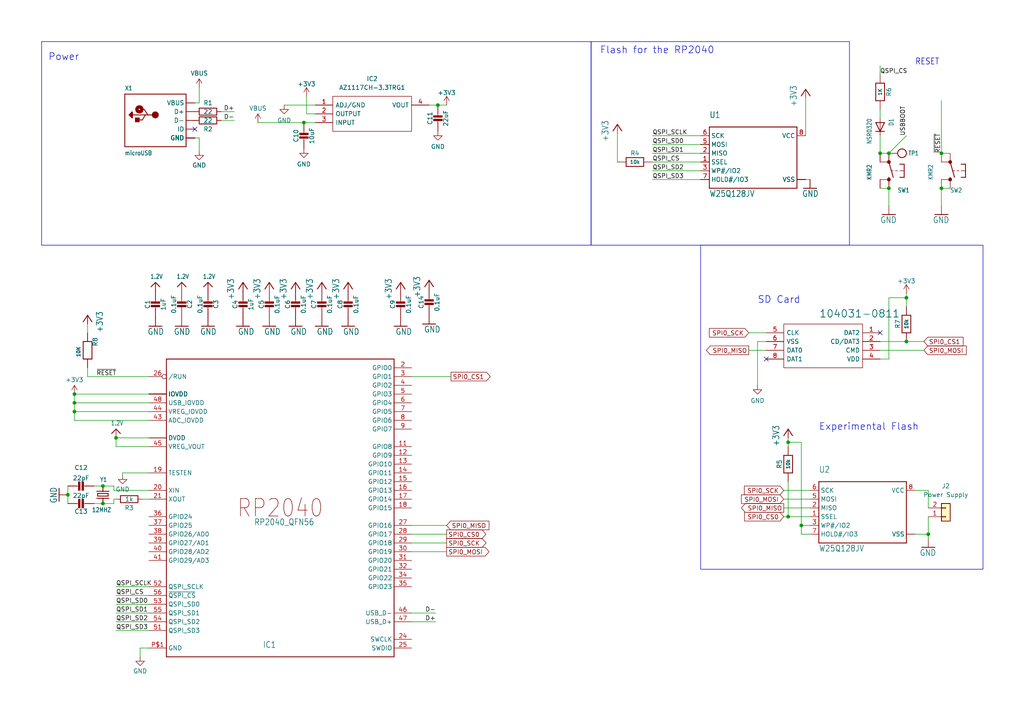
<source format=kicad_sch>
(kicad_sch (version 20231120) (generator "eeschema") (generator_version "8.0")
  (paper "A4")
  (lib_symbols
    (symbol "AZ1117CH-3.3TRG1_1" (pin_names (offset 0.762))
      (property "Reference" "IC" (at 29.21 7.62 0))
      (property "Value" "AZ1117CH-3.3TRG1" (at 29.21 5.08 0))
      (symbol "AZ1117CH-3.3TRG1_1_0_0"
        (pin passive line (at 0 0 0) (length 5.08) (name "ADJ/GND") (number "1"))
        (pin passive line (at 0 -2.54 0) (length 5.08) (name "OUTPUT") (number "2"))
        (pin passive line (at 0 -5.08 0) (length 5.08) (name "INPUT") (number "3"))
        (pin passive line (at 33.02 0 180) (length 5.08) (name "VOUT") (number "4"))
      )
      (symbol "AZ1117CH-3.3TRG1_1_0_1"
        (polyline (pts (xy 5.08 2.54) (xy 27.94 2.54) (xy 27.94 -7.62) (xy 5.08 -7.62) (xy 5.08 2.54)) (stroke (width 0.1524)))
      )
    )
    (symbol "Adafruit ItsyBitsy RP2040-eagle-import:+3V3" (power)
      (property "Value" "+3V3" (at -2.54 -5.08 90))
      (symbol "+3V3_1_0"
        (polyline (pts (xy 0 0) (xy -1.27 -1.905)) (stroke (width 0.254)))
        (polyline (pts (xy 1.27 -1.905) (xy 0 0)) (stroke (width 0.254)))
        (pin power_in line (at 0 -2.54 90) (length 2.54) (name "+3V3") (number "1"))
      )
    )
    (symbol "Adafruit ItsyBitsy RP2040-eagle-import:1.2V" (power)
      (property "Value" "1.2V" (at -1.524 1.016 0))
      (symbol "1.2V_1_0"
        (polyline (pts (xy -1.27 -1.27) (xy 0 0)) (stroke (width 0.254)))
        (polyline (pts (xy 0 0) (xy 1.27 -1.27)) (stroke (width 0.254)))
        (pin power_in line (at 0 -2.54 90) (length 2.54) (name "1.2V") (number "1"))
      )
    )
    (symbol "Adafruit ItsyBitsy RP2040-eagle-import:CAP_CERAMIC_0402NO"
      (property "Reference" "C" (at -2.29 1.25 90))
      (property "Value" "CAP_CERAMIC_0402NO" (at 2.3 1.25 90))
      (symbol "CAP_CERAMIC_0402NO_1_0"
        (rectangle (start -1.27 0.508) (end 1.27 1.016) (fill (type outline)))
        (rectangle (start -1.27 1.524) (end 1.27 2.032) (fill (type outline)))
        (polyline (pts (xy 0 0.762) (xy 0 0)) (stroke (width 0.1524)))
        (polyline (pts (xy 0 2.54) (xy 0 1.778)) (stroke (width 0.1524)))
        (pin passive line (at 0 5.08 270) (length 2.54) (name "1") (number "1"))
        (pin passive line (at 0 -2.54 90) (length 2.54) (name "2") (number "2"))
      )
    )
    (symbol "Adafruit ItsyBitsy RP2040-eagle-import:CAP_CERAMIC_0603MP"
      (property "Reference" "C" (at -2.29 1.25 90))
      (property "Value" "CAP_CERAMIC_0603MP" (at 2.3 1.25 90))
      (symbol "CAP_CERAMIC_0603MP_1_0"
        (rectangle (start -1.27 0.508) (end 1.27 1.016) (fill (type outline)))
        (rectangle (start -1.27 1.524) (end 1.27 2.032) (fill (type outline)))
        (polyline (pts (xy 0 0.762) (xy 0 0)) (stroke (width 0.1524)))
        (polyline (pts (xy 0 2.54) (xy 0 1.778)) (stroke (width 0.1524)))
        (pin passive line (at 0 5.08 270) (length 2.54) (name "1") (number "1"))
        (pin passive line (at 0 -2.54 90) (length 2.54) (name "2") (number "2"))
      )
    )
    (symbol "Adafruit ItsyBitsy RP2040-eagle-import:CRYSTAL2.5X2.0"
      (property "Reference" "Y" (at -2.54 2.54 0))
      (property "Value" "CRYSTAL2.5X2.0" (at -2.54 -3.81 0))
      (symbol "CRYSTAL2.5X2.0_1_0"
        (polyline (pts (xy -2.54 0) (xy -1.016 0)) (stroke (width 0.254)))
        (polyline (pts (xy -1.016 0) (xy -1.016 -1.778)) (stroke (width 0.254)))
        (polyline (pts (xy -1.016 1.778) (xy -1.016 0)) (stroke (width 0.254)))
        (polyline (pts (xy -0.381 -1.524) (xy 0.381 -1.524)) (stroke (width 0.254)))
        (polyline (pts (xy -0.381 1.524) (xy -0.381 -1.524)) (stroke (width 0.254)))
        (polyline (pts (xy 0.381 -1.524) (xy 0.381 1.524)) (stroke (width 0.254)))
        (polyline (pts (xy 0.381 1.524) (xy -0.381 1.524)) (stroke (width 0.254)))
        (polyline (pts (xy 1.016 0) (xy 1.016 -1.778)) (stroke (width 0.254)))
        (polyline (pts (xy 1.016 1.778) (xy 1.016 0)) (stroke (width 0.254)))
        (polyline (pts (xy 2.54 0) (xy 1.016 0)) (stroke (width 0.254)))
        (pin passive line (at -2.54 0 0) (length 0) (name "1") (number "1"))
        (pin passive line (at 2.54 0 180) (length 0) (name "2") (number "3"))
      )
    )
    (symbol "Adafruit ItsyBitsy RP2040-eagle-import:DIODESOD-323F"
      (property "Reference" "D" (at -2.54 2.54 0))
      (property "Value" "DIODESOD-323F" (at -2.54 -3.81 0))
      (symbol "DIODESOD-323F_1_0"
        (polyline (pts (xy -1.27 -1.27) (xy 1.27 0)) (stroke (width 0.254)))
        (polyline (pts (xy -1.27 1.27) (xy -1.27 -1.27)) (stroke (width 0.254)))
        (polyline (pts (xy 1.27 0) (xy -1.27 1.27)) (stroke (width 0.254)))
        (polyline (pts (xy 1.27 0) (xy 1.27 -1.27)) (stroke (width 0.254)))
        (polyline (pts (xy 1.27 1.27) (xy 1.27 0)) (stroke (width 0.254)))
        (pin passive line (at -2.54 0 0) (length 2.54) (name "A") (number "A"))
        (pin passive line (at 2.54 0 180) (length 2.54) (name "C") (number "C"))
      )
    )
    (symbol "Adafruit ItsyBitsy RP2040-eagle-import:GND" (power)
      (property "Value" "GND" (at -2.54 -2.54 0))
      (symbol "GND_1_0"
        (polyline (pts (xy -1.905 0) (xy 1.905 0)) (stroke (width 0.254)))
        (pin power_in line (at 0 2.54 270) (length 2.54) (name "GND") (number "1"))
      )
    )
    (symbol "Adafruit ItsyBitsy RP2040-eagle-import:RESISTOR_0402NO"
      (property "Reference" "R" (at 0 2.54 0))
      (property "Value" "RESISTOR_0402NO" (at 0 0 0))
      (symbol "RESISTOR_0402NO_1_0"
        (polyline (pts (xy -2.54 -1.27) (xy -2.54 1.27)) (stroke (width 0.254)))
        (polyline (pts (xy -2.54 1.27) (xy 2.54 1.27)) (stroke (width 0.254)))
        (polyline (pts (xy 2.54 -1.27) (xy -2.54 -1.27)) (stroke (width 0.254)))
        (polyline (pts (xy 2.54 1.27) (xy 2.54 -1.27)) (stroke (width 0.254)))
        (pin passive line (at -5.08 0 0) (length 2.54) (name "1") (number "1"))
        (pin passive line (at 5.08 0 180) (length 2.54) (name "2") (number "2"))
      )
    )
    (symbol "Adafruit ItsyBitsy RP2040-eagle-import:RP2040_QFN56"
      (property "Reference" "IC" (at -5.08 -40.64 0))
      (property "Value" "RP2040_QFN56" (at -27.94 45.72 0))
      (symbol "RP2040_QFN56_1_0"
        (polyline (pts (xy -33.02 -43.18) (xy -33.02 43.18)) (stroke (width 0.254)))
        (polyline (pts (xy -33.02 43.18) (xy 33.02 43.18)) (stroke (width 0.254)))
        (polyline (pts (xy 33.02 -43.18) (xy -33.02 -43.18)) (stroke (width 0.254)))
        (polyline (pts (xy 33.02 43.18) (xy 33.02 -43.18)) (stroke (width 0.254)))
        (text "RP2040" (at 0 0 0) (effects (font (size 5.08 4.318))))
        (pin power_in line (at -38.1 33.02 0) (length 5.08) (name "IOVDD") (number "1"))
        (pin power_in line (at -38.1 33.02 0) (length 5.08) (name "IOVDD") (number "10"))
        (pin bidirectional line (at 38.1 17.78 180) (length 5.08) (name "GPIO8") (number "11"))
        (pin bidirectional line (at 38.1 15.24 180) (length 5.08) (name "GPIO9") (number "12"))
        (pin bidirectional line (at 38.1 12.7 180) (length 5.08) (name "GPIO10") (number "13"))
        (pin bidirectional line (at 38.1 10.16 180) (length 5.08) (name "GPIO11") (number "14"))
        (pin bidirectional line (at 38.1 7.62 180) (length 5.08) (name "GPIO12") (number "15"))
        (pin bidirectional line (at 38.1 5.08 180) (length 5.08) (name "GPIO13") (number "16"))
        (pin bidirectional line (at 38.1 2.54 180) (length 5.08) (name "GPIO14") (number "17"))
        (pin bidirectional line (at 38.1 0 180) (length 5.08) (name "GPIO15") (number "18"))
        (pin input line (at -38.1 10.16 0) (length 5.08) (name "TESTEN") (number "19"))
        (pin bidirectional line (at 38.1 40.64 180) (length 5.08) (name "GPIO0") (number "2"))
        (pin input line (at -38.1 5.08 0) (length 5.08) (name "XIN") (number "20"))
        (pin output line (at -38.1 2.54 0) (length 5.08) (name "XOUT") (number "21"))
        (pin power_in line (at -38.1 33.02 0) (length 5.08) (name "IOVDD") (number "22"))
        (pin power_in line (at -38.1 20.32 0) (length 5.08) (name "DVDD") (number "23"))
        (pin bidirectional line (at 38.1 -38.1 180) (length 5.08) (name "SWCLK") (number "24"))
        (pin bidirectional line (at 38.1 -40.64 180) (length 5.08) (name "SWDIO") (number "25"))
        (pin bidirectional inverted (at -38.1 38.1 0) (length 5.08) (name "/RUN") (number "26"))
        (pin bidirectional line (at 38.1 -5.08 180) (length 5.08) (name "GPIO16") (number "27"))
        (pin bidirectional line (at 38.1 -7.62 180) (length 5.08) (name "GPIO17") (number "28"))
        (pin bidirectional line (at 38.1 -10.16 180) (length 5.08) (name "GPIO18") (number "29"))
        (pin bidirectional line (at 38.1 38.1 180) (length 5.08) (name "GPIO1") (number "3"))
        (pin bidirectional line (at 38.1 -12.7 180) (length 5.08) (name "GPIO19") (number "30"))
        (pin bidirectional line (at 38.1 -15.24 180) (length 5.08) (name "GPIO20") (number "31"))
        (pin bidirectional line (at 38.1 -17.78 180) (length 5.08) (name "GPIO21") (number "32"))
        (pin power_in line (at -38.1 33.02 0) (length 5.08) (name "IOVDD") (number "33"))
        (pin bidirectional line (at 38.1 -20.32 180) (length 5.08) (name "GPIO22") (number "34"))
        (pin bidirectional line (at 38.1 -22.86 180) (length 5.08) (name "GPIO23") (number "35"))
        (pin bidirectional line (at -38.1 -2.54 0) (length 5.08) (name "GPIO24") (number "36"))
        (pin bidirectional line (at -38.1 -5.08 0) (length 5.08) (name "GPIO25") (number "37"))
        (pin bidirectional line (at -38.1 -7.62 0) (length 5.08) (name "GPIO26/AD0") (number "38"))
        (pin bidirectional line (at -38.1 -10.16 0) (length 5.08) (name "GPIO27/AD1") (number "39"))
        (pin bidirectional line (at 38.1 35.56 180) (length 5.08) (name "GPIO2") (number "4"))
        (pin bidirectional line (at -38.1 -12.7 0) (length 5.08) (name "GPIO28/AD2") (number "40"))
        (pin bidirectional line (at -38.1 -15.24 0) (length 5.08) (name "GPIO29/AD3") (number "41"))
        (pin power_in line (at -38.1 33.02 0) (length 5.08) (name "IOVDD") (number "42"))
        (pin power_in line (at -38.1 25.4 0) (length 5.08) (name "ADC_IOVDD") (number "43"))
        (pin power_in line (at -38.1 27.94 0) (length 5.08) (name "VREG_IOVDD") (number "44"))
        (pin power_in line (at -38.1 17.78 0) (length 5.08) (name "VREG_VOUT") (number "45"))
        (pin bidirectional line (at 38.1 -30.48 180) (length 5.08) (name "USB_D-") (number "46"))
        (pin bidirectional line (at 38.1 -33.02 180) (length 5.08) (name "USB_D+") (number "47"))
        (pin power_in line (at -38.1 30.48 0) (length 5.08) (name "USB_IOVDD") (number "48"))
        (pin power_in line (at -38.1 33.02 0) (length 5.08) (name "IOVDD") (number "49"))
        (pin bidirectional line (at 38.1 33.02 180) (length 5.08) (name "GPIO3") (number "5"))
        (pin power_in line (at -38.1 20.32 0) (length 5.08) (name "DVDD") (number "50"))
        (pin bidirectional line (at -38.1 -35.56 0) (length 5.08) (name "QSPI_SD3") (number "51"))
        (pin bidirectional line (at -38.1 -22.86 0) (length 5.08) (name "QSPI_SCLK") (number "52"))
        (pin bidirectional line (at -38.1 -27.94 0) (length 5.08) (name "QSPI_SD0") (number "53"))
        (pin bidirectional line (at -38.1 -33.02 0) (length 5.08) (name "QSPI_SD2") (number "54"))
        (pin bidirectional line (at -38.1 -30.48 0) (length 5.08) (name "QSPI_SD1") (number "55"))
        (pin bidirectional line (at -38.1 -25.4 0) (length 5.08) (name "~{QSPI_CS}") (number "56"))
        (pin bidirectional line (at 38.1 30.48 180) (length 5.08) (name "GPIO4") (number "6"))
        (pin bidirectional line (at 38.1 27.94 180) (length 5.08) (name "GPIO5") (number "7"))
        (pin bidirectional line (at 38.1 25.4 180) (length 5.08) (name "GPIO6") (number "8"))
        (pin bidirectional line (at 38.1 22.86 180) (length 5.08) (name "GPIO7") (number "9"))
        (pin power_in line (at -38.1 -40.64 0) (length 5.08) (name "GND") (number "P$1"))
      )
    )
    (symbol "Adafruit ItsyBitsy RP2040-eagle-import:SPIFLASH_8PIN_4X4"
      (property "Reference" "U" (at -12.7 12.7 0))
      (property "Value" "SPIFLASH_8PIN_4X4" (at -12.7 -10.16 0))
      (symbol "SPIFLASH_8PIN_4X4_1_0"
        (polyline (pts (xy -12.7 -7.62) (xy -12.7 10.16)) (stroke (width 0.254)))
        (polyline (pts (xy -12.7 10.16) (xy 12.7 10.16)) (stroke (width 0.254)))
        (polyline (pts (xy 12.7 -7.62) (xy -12.7 -7.62)) (stroke (width 0.254)))
        (polyline (pts (xy 12.7 10.16) (xy 12.7 -7.62)) (stroke (width 0.254)))
        (pin bidirectional line (at -15.24 0 0) (length 2.54) (name "SSEL") (number "1"))
        (pin bidirectional line (at -15.24 2.54 0) (length 2.54) (name "MISO") (number "2"))
        (pin bidirectional line (at -15.24 -2.54 0) (length 2.54) (name "WP#/IO2") (number "3"))
        (pin bidirectional line (at 15.24 -5.08 180) (length 2.54) (name "VSS") (number "4"))
        (pin bidirectional line (at -15.24 5.08 0) (length 2.54) (name "MOSI") (number "5"))
        (pin bidirectional line (at -15.24 7.62 0) (length 2.54) (name "SCK") (number "6"))
        (pin bidirectional line (at -15.24 -5.08 0) (length 2.54) (name "HOLD#/IO3") (number "7"))
        (pin bidirectional line (at 15.24 7.62 180) (length 2.54) (name "VCC") (number "8"))
        (pin bidirectional line (at 15.24 -5.08 180) (length 2.54) (name "VSS") (number "PAD"))
      )
    )
    (symbol "Adafruit ItsyBitsy RP2040-eagle-import:SWITCH_TACT_SMT4.6X2.8"
      (property "Reference" "SW" (at -2.54 6.35 0))
      (property "Value" "SWITCH_TACT_SMT4.6X2.8" (at -2.54 -5.08 0))
      (symbol "SWITCH_TACT_SMT4.6X2.8_1_0"
        (circle (center -2.54 0) (radius 0.127) (stroke (width 0.4064)))
        (polyline (pts (xy -2.54 -2.54) (xy -2.54 0)) (stroke (width 0.1524)))
        (polyline (pts (xy -2.54 0) (xy 1.905 1.27)) (stroke (width 0.254)))
        (polyline (pts (xy -1.905 4.445) (xy -1.905 3.175)) (stroke (width 0.254)))
        (polyline (pts (xy 0 1.27) (xy 0 0.635)) (stroke (width 0.1524)))
        (polyline (pts (xy 0 2.54) (xy 0 1.905)) (stroke (width 0.1524)))
        (polyline (pts (xy 0 4.445) (xy -1.905 4.445)) (stroke (width 0.254)))
        (polyline (pts (xy 0 4.445) (xy 0 3.175)) (stroke (width 0.1524)))
        (polyline (pts (xy 1.905 0) (xy 2.54 0)) (stroke (width 0.254)))
        (polyline (pts (xy 1.905 4.445) (xy 0 4.445)) (stroke (width 0.254)))
        (polyline (pts (xy 1.905 4.445) (xy 1.905 3.175)) (stroke (width 0.254)))
        (polyline (pts (xy 2.54 -2.54) (xy 2.54 0)) (stroke (width 0.1524)))
        (circle (center 2.54 0) (radius 0.127) (stroke (width 0.4064)))
        (pin passive line (at -5.08 0 0) (length 2.54) (name "P") (number "A"))
        (pin passive line (at -5.08 -2.54 0) (length 2.54) (name "P1") (number "A'"))
        (pin passive line (at 5.08 0 180) (length 2.54) (name "S") (number "B"))
        (pin passive line (at 5.08 -2.54 180) (length 2.54) (name "S1") (number "B'"))
      )
    )
    (symbol "Adafruit ItsyBitsy RP2040-eagle-import:TESTPOINTROUND1.5MMNO"
      (property "Reference" "TP" (at 0 5.588 90))
      (property "Value" "TESTPOINTROUND1.5MMNO" (at 1.651 5.588 90))
      (symbol "TESTPOINTROUND1.5MMNO_1_0"
        (circle (center 0 3.81) (radius 1.27) (stroke (width 0.254)))
        (pin bidirectional line (at 0 0 90) (length 2.54) (name "P$1") (number "P$1"))
      )
    )
    (symbol "Adafruit ItsyBitsy RP2040-eagle-import:USB_MICRO_NARROW"
      (property "Reference" "X1" (at -10.16 8.636 0))
      (property "Value" "microUSB" (at -10.16 -10.16 0))
      (symbol "USB_MICRO_NARROW_1_0"
        (rectangle (start -7.12 -0.45) (end -5.92 0.75) (fill (type outline)))
        (circle (center -5.92 3.2) (radius 0.2) (stroke (width 1)))
        (circle (center -1.32 1.6) (radius 0.5) (stroke (width 1)))
        (polyline (pts (xy -10.2 7.62) (xy -10.16 7.62)) (stroke (width 0.254)))
        (polyline (pts (xy -10.16 -7.62) (xy 7.62 -7.62)) (stroke (width 0.254)))
        (polyline (pts (xy -10.16 7.62) (xy -10.16 -7.62)) (stroke (width 0.254)))
        (polyline (pts (xy -10.16 7.62) (xy 7.62 7.62)) (stroke (width 0.254)))
        (polyline (pts (xy -8.92 1.6) (xy -8.12 2.4)) (stroke (width 0.254)))
        (polyline (pts (xy -8.52 1.4) (xy -8.32 1.2)) (stroke (width 0.254)))
        (polyline (pts (xy -8.52 1.6) (xy -8.52 1.4)) (stroke (width 0.254)))
        (polyline (pts (xy -8.32 1.2) (xy -8.32 2)) (stroke (width 0.254)))
        (polyline (pts (xy -8.32 2) (xy -8.72 1.6)) (stroke (width 0.254)))
        (polyline (pts (xy -8.12 0.8) (xy -8.92 1.6)) (stroke (width 0.254)))
        (polyline (pts (xy -8.12 1) (xy -8.12 2.4)) (stroke (width 0.254)))
        (polyline (pts (xy -8.12 2.4) (xy -7.92 2.4)) (stroke (width 0.254)))
        (polyline (pts (xy -7.92 0.8) (xy -8.12 0.8)) (stroke (width 0.254)))
        (polyline (pts (xy -7.92 1.6) (xy -7.92 0.8)) (stroke (width 0.254)))
        (polyline (pts (xy -7.92 2.4) (xy -7.92 1.6)) (stroke (width 0.254)))
        (polyline (pts (xy -6.27 0.15) (xy -5.07 0.15)) (stroke (width 0.254)))
        (polyline (pts (xy -5.52 3.2) (xy -4.52 3.2)) (stroke (width 0.254)))
        (polyline (pts (xy -5.07 0.15) (xy -4.22 1.6)) (stroke (width 0.254)))
        (polyline (pts (xy -4.52 3.2) (xy -3.47 1.6)) (stroke (width 0.254)))
        (polyline (pts (xy -4.22 1.6) (xy -7.92 1.6)) (stroke (width 0.254)))
        (polyline (pts (xy -3.47 1.6) (xy -4.22 1.6)) (stroke (width 0.254)))
        (polyline (pts (xy -1.32 1.6) (xy -3.47 1.6)) (stroke (width 0.254)))
        (polyline (pts (xy 7.62 7.62) (xy 7.62 -7.62)) (stroke (width 0.254)))
        (pin power_in line (at 10.16 5.08 180) (length 2.54) (name "VBUS") (number "1"))
        (pin bidirectional line (at 10.16 2.54 180) (length 2.54) (name "D+") (number "2"))
        (pin bidirectional line (at 10.16 0 180) (length 2.54) (name "D-") (number "3"))
        (pin bidirectional line (at 10.16 -2.54 180) (length 2.54) (name "ID") (number "4"))
        (pin power_in line (at 10.16 -5.08 180) (length 2.54) (name "GND") (number "5"))
        (pin power_in line (at 10.16 -5.08 180) (length 2.54) (name "GND") (number "BASE@2"))
        (pin power_in line (at 10.16 -5.08 180) (length 2.54) (name "GND") (number "GND"))
        (pin power_in line (at 10.16 -5.08 180) (length 2.54) (name "GND") (number "SPRT@1"))
        (pin power_in line (at 10.16 -5.08 180) (length 2.54) (name "GND") (number "SPRT@2"))
        (pin power_in line (at 10.16 -5.08 180) (length 2.54) (name "GND") (number "SPRT@3"))
        (pin power_in line (at 10.16 -5.08 180) (length 2.54) (name "GND") (number "SPRT@4"))
      )
    )
    (symbol "Connector_Generic:Conn_01x02" (pin_names (offset 1.016) hide)
      (property "Reference" "J" (at 0 2.54 0))
      (property "Value" "Conn_01x02" (at 0 -5.08 0))
      (symbol "Conn_01x02_1_1"
        (rectangle (start -1.27 -2.413) (end 0 -2.667) (stroke (width 0.1524)))
        (rectangle (start -1.27 0.127) (end 0 -0.127) (stroke (width 0.1524)))
        (rectangle (start -1.27 1.27) (end 1.27 -3.81) (stroke (width 0.254)) (fill (type background)))
        (pin passive line (at -5.08 0 0) (length 3.81) (name "Pin_1") (number "1"))
        (pin passive line (at -5.08 -2.54 0) (length 3.81) (name "Pin_2") (number "2"))
      )
    )
    (symbol "Device:R" (pin_numbers hide) (pin_names (offset 0))
      (property "Reference" "R" (at 2.032 0 90))
      (property "Value" "R" (at 0 0 90))
      (symbol "R_0_1"
        (rectangle (start -1.016 -2.54) (end 1.016 2.54) (stroke (width 0.254)))
      )
      (symbol "R_1_1"
        (pin passive line (at 0 3.81 270) (length 1.27) (name "~") (number "1"))
        (pin passive line (at 0 -3.81 90) (length 1.27) (name "~") (number "2"))
      )
    )
    (symbol "Molex_SD:104031-0811" (pin_names (offset 0.762))
      (property "Reference" "J" (at 29.21 7.62 0))
      (property "Value" "104031-0811" (at 29.21 5.08 0))
      (symbol "104031-0811_0_0"
        (pin passive line (at 0 0 0) (length 5.08) (name "DAT2") (number "1"))
        (pin passive line (at 0 -2.54 0) (length 5.08) (name "CD/DAT3") (number "2"))
        (pin passive line (at 0 -5.08 0) (length 5.08) (name "CMD") (number "3"))
        (pin passive line (at 0 -7.62 0) (length 5.08) (name "VDD") (number "4"))
        (pin passive line (at 33.02 0 180) (length 5.08) (name "CLK") (number "5"))
        (pin passive line (at 33.02 -2.54 180) (length 5.08) (name "VSS") (number "6"))
        (pin passive line (at 33.02 -5.08 180) (length 5.08) (name "DAT0") (number "7"))
        (pin passive line (at 33.02 -7.62 180) (length 5.08) (name "DAT1") (number "8"))
      )
      (symbol "104031-0811_0_1"
        (polyline (pts (xy 5.08 2.54) (xy 27.94 2.54) (xy 27.94 -10.16) (xy 5.08 -10.16) (xy 5.08 2.54)) (stroke (width 0.1524)))
      )
    )
    (symbol "power:+3V3" (power) (pin_names (offset 0))
      (property "Value" "+3V3" (at 0 3.556 0))
      (symbol "+3V3_0_1"
        (polyline (pts (xy -0.762 1.27) (xy 0 2.54)))
        (polyline (pts (xy 0 0) (xy 0 2.54)))
        (polyline (pts (xy 0 2.54) (xy 0.762 1.27)))
      )
      (symbol "+3V3_1_1"
        (pin power_in line (at 0 0 90) (length 0) hide (name "+3V3") (number "1"))
      )
    )
    (symbol "power:GND" (power) (pin_names (offset 0))
      (property "Value" "GND" (at 0 -3.81 0))
      (symbol "GND_0_1"
        (polyline (pts (xy 0 0) (xy 0 -1.27) (xy 1.27 -1.27) (xy 0 -2.54) (xy -1.27 -1.27) (xy 0 -1.27)))
      )
      (symbol "GND_1_1"
        (pin power_in line (at 0 0 270) (length 0) hide (name "GND") (number "1"))
      )
    )
    (symbol "power:VBUS" (power) (pin_names (offset 0))
      (property "Value" "VBUS" (at 0 3.81 0))
      (symbol "VBUS_0_1"
        (polyline (pts (xy -0.762 1.27) (xy 0 2.54)))
        (polyline (pts (xy 0 0) (xy 0 2.54)))
        (polyline (pts (xy 0 2.54) (xy 0.762 1.27)))
      )
      (symbol "VBUS_1_1"
        (pin power_in line (at 0 0 90) (length 0) hide (name "VBUS") (number "1"))
      )
    )
  )
  (junction (at 21.59 116.84))
  (junction (at 33.655 127))
  (junction (at 19.685 143.51))
  (junction (at 232.41 152.4))
  (junction (at 262.89 99.06))
  (junction (at 255.27 44.45))
  (junction (at 257.81 44.45))
  (junction (at 29.845 140.97))
  (junction (at 257.81 54.61))
  (junction (at 273.05 44.45))
  (junction (at 29.845 146.05))
  (junction (at 269.24 154.94))
  (junction (at 127 30.48))
  (junction (at 273.05 54.61))
  (junction (at 88.138 35.56))
  (junction (at 228.6 149.86))
  (junction (at 21.59 114.3))
  (junction (at 262.89 86.36))
  (junction (at 228.6 128.27))
  (junction (at 21.59 119.38))
  (no_connect (at 56.515 37.465))
  (no_connect (at 255.27 96.52))
  (no_connect (at 222.25 104.14))
  (wire (pts (xy 273.05 59.69) (xy 273.05 54.61)))
  (wire (pts (xy 25.4 109.22) (xy 43.18 109.22)))
  (wire (pts (xy 88.9 33.02) (xy 91.44 33.02)))
  (wire (pts (xy 179.07 38.608) (xy 179.07 46.99)))
  (wire (pts (xy 56.515 40.005) (xy 57.785 40.005)))
  (wire (pts (xy 88.9 27.94) (xy 88.9 33.02)))
  (wire (pts (xy 257.81 54.61) (xy 257.81 59.69)))
  (wire (pts (xy 269.24 142.24) (xy 269.24 147.32)))
  (wire (pts (xy 119.38 157.48) (xy 129.54 157.48)))
  (wire (pts (xy 64.135 32.385) (xy 67.945 32.385)))
  (wire (pts (xy 43.18 187.96) (xy 40.64 187.96)))
  (wire (pts (xy 227.33 149.86) (xy 228.6 149.86)))
  (wire (pts (xy 219.71 99.06) (xy 219.71 111.76)))
  (wire (pts (xy 40.64 187.96) (xy 40.64 190.5)))
  (wire (pts (xy 227.33 144.78) (xy 234.95 144.78)))
  (wire (pts (xy 33.02 144.78) (xy 33.655 144.78)))
  (wire (pts (xy 119.38 109.22) (xy 130.81 109.22)))
  (wire (pts (xy 27.305 140.97) (xy 29.845 140.97)))
  (wire (pts (xy 232.41 154.94) (xy 232.41 152.4)))
  (wire (pts (xy 255.27 54.61) (xy 257.81 54.61)))
  (wire (pts (xy 189.23 41.91) (xy 203.2 41.91)))
  (wire (pts (xy 119.38 177.8) (xy 126.365 177.8)))
  (wire (pts (xy 203.2 49.53) (xy 189.23 49.53)))
  (wire (pts (xy 119.38 180.34) (xy 126.365 180.34)))
  (wire (pts (xy 27.305 146.05) (xy 29.845 146.05)))
  (wire (pts (xy 228.6 149.86) (xy 234.95 149.86)))
  (wire (pts (xy 269.24 149.86) (xy 269.24 154.94)))
  (wire (pts (xy 273.05 44.45) (xy 275.59 44.45)))
  (wire (pts (xy 33.655 182.88) (xy 43.18 182.88)))
  (wire (pts (xy 21.59 116.84) (xy 21.59 119.38)))
  (wire (pts (xy 19.685 146.05) (xy 19.685 143.51)))
  (wire (pts (xy 228.6 139.7) (xy 228.6 149.86)))
  (wire (pts (xy 33.02 140.97) (xy 29.845 140.97)))
  (wire (pts (xy 265.43 154.94) (xy 269.24 154.94)))
  (wire (pts (xy 265.43 142.24) (xy 269.24 142.24)))
  (wire (pts (xy 119.38 152.4) (xy 129.54 152.4)))
  (wire (pts (xy 33.655 129.54) (xy 33.655 127)))
  (wire (pts (xy 64.135 34.925) (xy 67.945 34.925)))
  (wire (pts (xy 33.655 172.72) (xy 43.18 172.72)))
  (wire (pts (xy 43.18 119.38) (xy 21.59 119.38)))
  (wire (pts (xy 262.89 39.37) (xy 257.81 44.45)))
  (wire (pts (xy 262.89 85.09) (xy 262.89 86.36)))
  (wire (pts (xy 228.6 127) (xy 228.6 128.27)))
  (wire (pts (xy 74.803 35.56) (xy 88.138 35.56)))
  (wire (pts (xy 269.24 154.94) (xy 269.24 156.21)))
  (wire (pts (xy 262.89 99.06) (xy 267.97 99.06)))
  (wire (pts (xy 82.423 30.48) (xy 91.44 30.48)))
  (wire (pts (xy 234.95 154.94) (xy 232.41 154.94)))
  (wire (pts (xy 43.18 114.3) (xy 21.59 114.3)))
  (wire (pts (xy 43.18 137.16) (xy 35.56 137.16)))
  (wire (pts (xy 33.655 127) (xy 43.18 127)))
  (wire (pts (xy 25.4 106.68) (xy 25.4 109.22)))
  (wire (pts (xy 257.81 86.36) (xy 262.89 86.36)))
  (wire (pts (xy 129.54 30.48) (xy 127 30.48)))
  (wire (pts (xy 119.38 154.94) (xy 129.54 154.94)))
  (wire (pts (xy 57.785 40.005) (xy 57.785 43.815)))
  (wire (pts (xy 127 30.48) (xy 124.46 30.48)))
  (wire (pts (xy 232.41 152.4) (xy 232.41 128.27)))
  (wire (pts (xy 19.685 143.51) (xy 19.685 140.97)))
  (wire (pts (xy 189.23 46.99) (xy 203.2 46.99)))
  (wire (pts (xy 33.655 170.18) (xy 43.18 170.18)))
  (wire (pts (xy 43.18 121.92) (xy 21.59 121.92)))
  (wire (pts (xy 222.25 96.52) (xy 217.17 96.52)))
  (wire (pts (xy 119.38 160.02) (xy 129.54 160.02)))
  (wire (pts (xy 35.56 137.16) (xy 35.56 137.795)))
  (wire (pts (xy 33.02 144.78) (xy 33.02 146.05)))
  (wire (pts (xy 56.515 29.845) (xy 57.785 29.845)))
  (wire (pts (xy 262.89 86.36) (xy 262.89 88.9)))
  (wire (pts (xy 222.25 99.06) (xy 219.71 99.06)))
  (wire (pts (xy 21.59 114.3) (xy 21.59 116.84)))
  (wire (pts (xy 255.27 104.14) (xy 257.81 104.14)))
  (wire (pts (xy 257.81 104.14) (xy 257.81 86.36)))
  (wire (pts (xy 25.4 93.98) (xy 25.4 96.52)))
  (wire (pts (xy 228.6 128.27) (xy 228.6 129.54)))
  (wire (pts (xy 203.2 39.37) (xy 189.23 39.37)))
  (wire (pts (xy 255.27 34.29) (xy 255.27 31.75)))
  (wire (pts (xy 234.95 152.4) (xy 232.41 152.4)))
  (wire (pts (xy 33.02 146.05) (xy 29.845 146.05)))
  (wire (pts (xy 255.27 44.45) (xy 255.27 39.37)))
  (wire (pts (xy 33.02 142.24) (xy 33.02 140.97)))
  (wire (pts (xy 273.05 29.21) (xy 273.05 44.45)))
  (wire (pts (xy 227.33 147.32) (xy 234.95 147.32)))
  (wire (pts (xy 275.59 54.61) (xy 273.05 54.61)))
  (wire (pts (xy 33.655 180.34) (xy 43.18 180.34)))
  (wire (pts (xy 88.138 35.56) (xy 91.44 35.56)))
  (wire (pts (xy 255.27 99.06) (xy 262.89 99.06)))
  (wire (pts (xy 57.785 25.4) (xy 57.785 29.845)))
  (wire (pts (xy 232.41 128.27) (xy 228.6 128.27)))
  (wire (pts (xy 257.81 44.45) (xy 255.27 44.45)))
  (wire (pts (xy 33.02 142.24) (xy 43.18 142.24)))
  (wire (pts (xy 233.68 28.448) (xy 233.68 39.37)))
  (wire (pts (xy 33.655 177.8) (xy 43.18 177.8)))
  (wire (pts (xy 233.68 52.07) (xy 234.95 52.07)))
  (wire (pts (xy 255.27 101.6) (xy 267.97 101.6)))
  (wire (pts (xy 21.59 119.38) (xy 21.59 121.92)))
  (wire (pts (xy 33.655 175.26) (xy 43.18 175.26)))
  (wire (pts (xy 203.2 44.45) (xy 189.23 44.45)))
  (wire (pts (xy 189.23 52.07) (xy 203.2 52.07)))
  (wire (pts (xy 227.33 142.24) (xy 234.95 142.24)))
  (wire (pts (xy 222.25 101.6) (xy 217.17 101.6)))
  (wire (pts (xy 41.275 144.78) (xy 43.18 144.78)))
  (wire (pts (xy 255.27 21.59) (xy 255.27 19.05)))
  (wire (pts (xy 21.59 116.84) (xy 43.18 116.84)))
  (wire (pts (xy 43.18 129.54) (xy 33.655 129.54)))
  (rectangle (start 171.45 12.065) (end 246.38 71.12))
  (rectangle (start 12.065 12.065) (end 171.45 71.12))
  (rectangle (start 203.2 71.12) (end 285.115 165.1))
  (text "Experimental Flash\n\n" (at 237.49 128.27 0) (effects (font (size 2 2)) (justify left bottom)))
  (text "SD Card\n\n" (at 219.71 91.44 0) (effects (font (size 2 2)) (justify left bottom)))
  (text "Flash for the RP2040\n\n" (at 173.99 19.05 0) (effects (font (size 2 2)) (justify left bottom)))
  (text "Power\n" (at 13.97 17.78 0) (effects (font (size 2 2)) (justify left bottom)))
  (text "RESET" (at 265.43 19.05 0) (effects (font (size 1.778 1.5113)) (justify left bottom)))
  (label "USBBOOT" (at 262.89 39.37 90) (effects (font (size 1.2446 1.2446))))
  (label "QSPI_SCLK" (at 189.23 39.37 0) (effects (font (size 1.2446 1.2446))))
  (label "QSPI_CS" (at 33.655 172.72 0))
  (label "QSPI_CS" (at 189.23 46.99 0) (effects (font (size 1.2446 1.2446))))
  (label "D-" (at 126.365 177.8 180))
  (label "QSPI_SD2" (at 189.23 49.53 0) (effects (font (size 1.2446 1.2446))))
  (label "QSPI_SD3" (at 189.23 52.07 0) (effects (font (size 1.2446 1.2446))))
  (label "QSPI_SD1" (at 33.655 177.8 0))
  (label "QSPI_SD0" (at 33.655 175.26 0))
  (label "D-" (at 67.945 34.925 180))
  (label "QSPI_SD0" (at 189.23 41.91 0) (effects (font (size 1.2446 1.2446))))
  (label "D+" (at 126.365 180.34 180))
  (label "QSPI_SD3" (at 33.655 182.88 0))
  (label "QSPI_SD1" (at 189.23 44.45 0) (effects (font (size 1.2446 1.2446))))
  (label "~{RESET}" (at 27.94 109.22 0) (effects (font (size 1.2446 1.2446))))
  (label "~{RESET}" (at 273.05 44.45 90) (effects (font (size 1.2446 1.2446))))
  (label "QSPI_SCLK" (at 33.655 170.18 0))
  (label "QSPI_SD2" (at 33.655 180.34 0))
  (label "QSPI_CS" (at 255.27 21.59 0) (effects (font (size 1.2446 1.2446))))
  (label "D+" (at 67.945 32.385 180))
  (global_label "SPI0_CS1" (shape input) (at 267.97 99.06 0) (property "Intersheetrefs" "${INTERSHEET_REFS}" (effects (hide yes))))
  (global_label "SPI0_CS0" (shape input) (at 227.33 149.86 180) (property "Intersheetrefs" "${INTERSHEET_REFS}" (effects (hide yes))))
  (global_label "SPI0_MISO" (shape output) (at 217.17 101.6 180) (property "Intersheetrefs" "${INTERSHEET_REFS}" (effects (hide yes))))
  (global_label "SPI0_SCK" (shape input) (at 227.33 142.24 180) (property "Intersheetrefs" "${INTERSHEET_REFS}" (effects (hide yes))))
  (global_label "SPI0_MISO" (shape output) (at 227.33 147.32 180) (property "Intersheetrefs" "${INTERSHEET_REFS}" (effects (hide yes))))
  (global_label "SPI0_SCK" (shape output) (at 129.54 157.48 0) (property "Intersheetrefs" "${INTERSHEET_REFS}" (effects (hide yes))))
  (global_label "SPI0_MISO" (shape input) (at 129.54 152.4 0) (property "Intersheetrefs" "${INTERSHEET_REFS}" (effects (hide yes))))
  (global_label "SPI0_MOSI" (shape output) (at 129.54 160.02 0) (property "Intersheetrefs" "${INTERSHEET_REFS}" (effects (hide yes))))
  (global_label "SPI0_CS1" (shape output) (at 130.81 109.22 0) (property "Intersheetrefs" "${INTERSHEET_REFS}" (effects (hide yes))))
  (global_label "SPI0_CS0" (shape output) (at 129.54 154.94 0) (property "Intersheetrefs" "${INTERSHEET_REFS}" (effects (hide yes))))
  (global_label "SPI0_MOSI" (shape input) (at 227.33 144.78 180) (property "Intersheetrefs" "${INTERSHEET_REFS}" (effects (hide yes))))
  (global_label "SPI0_SCK" (shape input) (at 217.17 96.52 180) (property "Intersheetrefs" "${INTERSHEET_REFS}" (effects (hide yes))))
  (global_label "SPI0_MOSI" (shape input) (at 267.97 101.6 0) (property "Intersheetrefs" "${INTERSHEET_REFS}" (effects (hide yes))))
  (symbol (lib_id "Molex_SD:104031-0811") (at 255.27 96.52 0) (mirror y) (unit 1)
    (property "Reference" "J1" (effects (hide yes)))
    (property "Value" "104031-0811" (at 261.112 92.202 0) (effects (font (size 2.159 2.159)) (justify left bottom)))
    (property "Footprint" "Molex_SD:1040310811" (effects (hide yes)))
    (property "Datasheet" "http://www.molex.com/webdocs/datasheets/pdf/en-us/1040310811_MEMORY_CARD_SOCKET.pdf" (effects (hide yes)))
    (property "Description" "microSD 1.10mm SMT push-pull memory card microSD 1.10mm SMT push-pull memory card" (effects (hide yes)))
    (property "Flight" "5031821852" (effects (hide yes)))
    (property "Manufacturer_Name" "Molex" (effects (hide yes)))
    (property "Manufacturer_Part_Number" "104031-0811" (effects (hide yes)))
    (property "Proto" "5031821852" (effects (hide yes)))
    (property "Mouser Part Number" "538-104031-0811" (effects (hide yes)))
    (property "Mouser Price/Stock" "https://www.mouser.co.uk/ProductDetail/Molex/104031-0811?qs=udsGRKD4nA3Tvy7wqky%252BuA%3D%3D" (effects (hide yes)))
  )
  (symbol (lib_id "Adafruit ItsyBitsy RP2040-eagle-import:SWITCH_TACT_SMT4.6X2.8") (at 257.81 49.53 270) (unit 1)
    (property "Reference" "SW1" (at 260.35 55.88 90) (effects (font (size 1.27 1.0795)) (justify left bottom)))
    (property "Value" "KMR2" (at 251.46 47.625 0) (effects (font (size 1.27 1.0795)) (justify left bottom)))
    (property "Footprint" "Adafruit ItsyBitsy RP2040:BTN_KMR2_4.6X2.8" (effects (hide yes)))
  )
  (symbol (lib_id "Adafruit ItsyBitsy RP2040-eagle-import:CAP_CERAMIC_0603MP") (at 85.725 89.535 0) (unit 1)
    (property "Reference" "C6" (at 83.435 88.285 90))
    (property "Value" "0.1uF" (at 88.025 88.285 90))
    (property "Footprint" "Capacitor_SMD:C_0402_1005Metric" (effects (hide yes)))
  )
  (symbol (lib_id "power:VBUS") (at 74.803 35.56 0) (unit 1)
    (property "Reference" "#PWR010" (effects (hide yes)))
    (property "Value" "VBUS" (at 74.803 31.4269 0))
  )
  (symbol (lib_id "Adafruit ItsyBitsy RP2040-eagle-import:CAP_CERAMIC_0402NO") (at 24.765 146.05 90) (unit 1)
    (property "Reference" "C13" (at 23.515 148.34 90))
    (property "Value" "22pF" (at 23.515 143.75 90))
    (property "Footprint" "Capacitor_SMD:C_0402_1005Metric" (effects (hide yes)))
  )
  (symbol (lib_id "Adafruit ItsyBitsy RP2040-eagle-import:CAP_CERAMIC_0402NO") (at 78.105 89.535 0) (unit 1)
    (property "Reference" "C5" (at 75.815 88.285 90))
    (property "Value" "0.1uF" (at 80.405 88.285 90))
    (property "Footprint" "Capacitor_SMD:C_0402_1005Metric" (effects (hide yes)))
  )
  (symbol (lib_id "Adafruit ItsyBitsy RP2040-eagle-import:CAP_CERAMIC_0603MP") (at 127 35.56 0) (unit 1)
    (property "Reference" "C11" (at 124.71 34.31 90))
    (property "Value" "22uF" (at 129.3 34.31 90))
    (property "Footprint" "Capacitor_SMD:C_0603_1608Metric" (effects (hide yes)))
  )
  (symbol (lib_id "Device:R") (at 37.465 144.78 90) (unit 1)
    (property "Reference" "R3" (at 37.465 147.32 90))
    (property "Value" "1k" (at 37.465 144.78 90))
    (property "Footprint" "Resistor_SMD:R_0402_1005Metric" (effects (hide yes)))
  )
  (symbol (lib_id "power:GND") (at 219.71 111.76 0) (unit 1)
    (property "Reference" "#PWR012" (effects (hide yes)))
    (property "Value" "GND" (at 219.71 116.2034 0))
  )
  (symbol (lib_id "Adafruit ItsyBitsy RP2040-eagle-import:1.2V") (at 33.655 124.46 0) (unit 1)
    (property "Reference" "#U$010" (effects (hide yes)))
    (property "Value" "1.2V" (at 32.131 123.444 0) (effects (font (size 1.27 1.0795)) (justify left bottom)))
    (property "Footprint" "Adafruit ItsyBitsy RP2040:" (effects (hide yes)))
  )
  (symbol (lib_id "Adafruit ItsyBitsy RP2040-eagle-import:GND") (at 273.05 62.23 0) (unit 1)
    (property "Reference" "#GND06" (effects (hide yes)))
    (property "Value" "GND" (at 270.51 64.77 0) (effects (font (size 1.778 1.5113)) (justify left bottom)))
    (property "Footprint" "Adafruit ItsyBitsy RP2040:" (effects (hide yes)))
  )
  (symbol (lib_id "Adafruit ItsyBitsy RP2040-eagle-import:CAP_CERAMIC_0402NO") (at 124.46 88.9 0) (unit 1)
    (property "Reference" "C14" (at 122.17 87.65 90))
    (property "Value" "0.1uF" (at 126.76 87.65 90))
    (property "Footprint" "Capacitor_SMD:C_0402_1005Metric" (effects (hide yes)))
  )
  (symbol (lib_id "Adafruit ItsyBitsy RP2040-eagle-import:+3V3") (at 116.205 81.915 0) (unit 1)
    (property "Reference" "#+3V06" (effects (hide yes)))
    (property "Value" "+3V3" (at 113.665 86.995 90) (effects (font (size 1.778 1.5113)) (justify left bottom)))
    (property "Footprint" "Adafruit ItsyBitsy RP2040:" (effects (hide yes)))
  )
  (symbol (lib_id "Adafruit ItsyBitsy RP2040-eagle-import:1.2V") (at 60.325 81.915 0) (unit 1)
    (property "Reference" "#U$03" (effects (hide yes)))
    (property "Value" "1.2V" (at 58.801 80.899 0) (effects (font (size 1.27 1.0795)) (justify left bottom)))
    (property "Footprint" "Adafruit ItsyBitsy RP2040:" (effects (hide yes)))
  )
  (symbol (lib_id "Adafruit ItsyBitsy RP2040-eagle-import:USB_MICRO_NARROW") (at 46.355 34.925 0) (unit 1)
    (property "Reference" "X1" (at 36.195 26.289 0) (effects (font (size 1.27 1.0795)) (justify left bottom)))
    (property "Value" "microUSB" (at 36.195 45.085 0) (effects (font (size 1.27 1.0795)) (justify left bottom)))
    (property "Footprint" "Molex USB Micro B:MOLEX_105164-0001" (effects (hide yes)))
  )
  (symbol (lib_id "power:VBUS") (at 57.785 25.4 0) (unit 1)
    (property "Reference" "#PWR02" (effects (hide yes)))
    (property "Value" "VBUS" (at 57.785 21.2669 0))
  )
  (symbol (lib_id "Adafruit ItsyBitsy RP2040-eagle-import:GND") (at 116.205 94.615 0) (unit 1)
    (property "Reference" "#U$09" (effects (hide yes)))
    (property "Value" "GND" (at 114.681 97.155 0) (effects (font (size 1.778 1.5113)) (justify left bottom)))
    (property "Footprint" "Adafruit ItsyBitsy RP2040:" (effects (hide yes)))
  )
  (symbol (lib_id "Adafruit ItsyBitsy RP2040-eagle-import:+3V3") (at 100.965 81.915 0) (unit 1)
    (property "Reference" "#+3V05" (effects (hide yes)))
    (property "Value" "+3V3" (at 98.425 86.995 90) (effects (font (size 1.778 1.5113)) (justify left bottom)))
    (property "Footprint" "Adafruit ItsyBitsy RP2040:" (effects (hide yes)))
  )
  (symbol (lib_id "Adafruit ItsyBitsy RP2040-eagle-import:CAP_CERAMIC_0402NO") (at 116.205 89.535 0) (unit 1)
    (property "Reference" "C9" (at 113.915 88.285 90))
    (property "Value" "0.1uF" (at 118.505 88.285 90))
    (property "Footprint" "Capacitor_SMD:C_0402_1005Metric" (effects (hide yes)))
  )
  (symbol (lib_id "Adafruit ItsyBitsy RP2040-eagle-import:+3V3") (at 233.68 25.908 0) (unit 1)
    (property "Reference" "#+3V010" (effects (hide yes)))
    (property "Value" "+3V3" (at 231.14 30.988 90) (effects (font (size 1.778 1.5113)) (justify left bottom)))
    (property "Footprint" "Adafruit ItsyBitsy RP2040:" (effects (hide yes)))
  )
  (symbol (lib_id "Adafruit ItsyBitsy RP2040-eagle-import:GND") (at 100.965 94.615 0) (unit 1)
    (property "Reference" "#U$08" (effects (hide yes)))
    (property "Value" "GND" (at 99.441 97.155 0) (effects (font (size 1.778 1.5113)) (justify left bottom)))
    (property "Footprint" "Adafruit ItsyBitsy RP2040:" (effects (hide yes)))
  )
  (symbol (lib_id "Adafruit ItsyBitsy RP2040-eagle-import:+3V3") (at 179.07 36.068 0) (unit 1)
    (property "Reference" "#+3V07" (effects (hide yes)))
    (property "Value" "+3V3" (at 176.53 41.148 90) (effects (font (size 1.778 1.5113)) (justify left bottom)))
    (property "Footprint" "Adafruit ItsyBitsy RP2040:" (effects (hide yes)))
  )
  (symbol (lib_id "Adafruit ItsyBitsy RP2040-eagle-import:GND") (at 52.705 94.615 0) (mirror y) (unit 1)
    (property "Reference" "#GND02" (effects (hide yes)))
    (property "Value" "GND" (at 55.245 97.155 0) (effects (font (size 1.778 1.5113)) (justify left bottom)))
    (property "Footprint" "Adafruit ItsyBitsy RP2040:" (effects (hide yes)))
  )
  (symbol (lib_id "power:GND") (at 35.56 137.795 0) (unit 1)
    (property "Reference" "#PWR011" (effects (hide yes)))
    (property "Value" "GND" (at 35.56 141.9281 0))
  )
  (symbol (lib_id "Adafruit ItsyBitsy RP2040-eagle-import:CAP_CERAMIC_0603MP") (at 88.138 40.64 0) (unit 1)
    (property "Reference" "C10" (at 85.848 39.39 90))
    (property "Value" "10uF" (at 90.438 39.39 90))
    (property "Footprint" "Capacitor_SMD:C_0603_1608Metric" (effects (hide yes)))
  )
  (symbol (lib_id "Adafruit ItsyBitsy RP2040-eagle-import:+3V3") (at 93.345 81.915 0) (unit 1)
    (property "Reference" "#+3V04" (effects (hide yes)))
    (property "Value" "+3V3" (at 90.805 86.995 90) (effects (font (size 1.778 1.5113)) (justify left bottom)))
    (property "Footprint" "Adafruit ItsyBitsy RP2040:" (effects (hide yes)))
  )
  (symbol (lib_id "Adafruit ItsyBitsy RP2040-eagle-import:DIODESOD-323F") (at 255.27 36.83 270) (unit 1)
    (property "Reference" "D1" (at 257.81 34.29 0) (effects (font (size 1.27 1.0795)) (justify left bottom)))
    (property "Value" "NSR0320" (at 251.46 34.29 0) (effects (font (size 1.27 1.0795)) (justify left bottom)))
    (property "Footprint" "Adafruit ItsyBitsy RP2040:SOD-323F" (effects (hide yes)))
  )
  (symbol (lib_id "Adafruit ItsyBitsy RP2040-eagle-import:1.2V") (at 52.705 81.915 0) (unit 1)
    (property "Reference" "#U$02" (effects (hide yes)))
    (property "Value" "1.2V" (at 51.181 80.899 0) (effects (font (size 1.27 1.0795)) (justify left bottom)))
    (property "Footprint" "Adafruit ItsyBitsy RP2040:" (effects (hide yes)))
  )
  (symbol (lib_id "Adafruit ItsyBitsy RP2040-eagle-import:GND") (at 60.325 94.615 0) (mirror y) (unit 1)
    (property "Reference" "#GND03" (effects (hide yes)))
    (property "Value" "GND" (at 62.865 97.155 0) (effects (font (size 1.778 1.5113)) (justify left bottom)))
    (property "Footprint" "Adafruit ItsyBitsy RP2040:" (effects (hide yes)))
  )
  (symbol (lib_id "Connector_Generic:Conn_01x02") (at 274.32 149.86 0) (mirror x) (unit 1)
    (property "Reference" "J2" (at 274.32 140.97 0))
    (property "Value" "Power Supply" (at 274.32 143.51 0))
    (property "Footprint" "Connector:Banana_Jack_2Pin" (effects (hide yes)))
  )
  (symbol (lib_id "Adafruit ItsyBitsy RP2040-eagle-import:RP2040_QFN56") (at 81.28 147.32 0) (unit 1)
    (property "Reference" "IC1" (at 76.2 187.96 0) (effects (font (size 1.778 1.5113)) (justify left bottom)))
    (property "Value" "RP2040_QFN56" (at 73.66 152.4 0) (effects (font (size 1.778 1.5113)) (justify left bottom)))
    (property "Footprint" "Adafruit ItsyBitsy RP2040:QFN56_7MM_REDUCEDEPAD" (effects (hide yes)))
  )
  (symbol (lib_id "Adafruit ItsyBitsy RP2040-eagle-import:CAP_CERAMIC_0402NO") (at 60.325 86.995 180) (unit 1)
    (property "Reference" "C3" (at 62.615 88.245 90))
    (property "Value" "0.1uF" (at 58.025 88.245 90))
    (property "Footprint" "Capacitor_SMD:C_0402_1005Metric" (effects (hide yes)))
  )
  (symbol (lib_id "power:+3V3") (at 21.59 114.3 0) (unit 1)
    (property "Reference" "#PWR03" (effects (hide yes)))
    (property "Value" "+3V3" (at 21.59 110.1669 0))
  )
  (symbol (lib_id "Adafruit ItsyBitsy RP2040-eagle-import:CAP_CERAMIC_0603MP") (at 70.485 89.535 0) (unit 1)
    (property "Reference" "C4" (at 68.195 88.285 90))
    (property "Value" "1uF" (at 72.785 88.285 90))
    (property "Footprint" "Capacitor_SMD:C_0603_1608Metric" (effects (hide yes)))
  )
  (symbol (lib_id "power:GND") (at 127 38.1 0) (unit 1)
    (property "Reference" "#PWR08" (effects (hide yes)))
    (property "Value" "GND" (at 127 42.5434 0))
  )
  (symbol (lib_id "Adafruit ItsyBitsy RP2040-eagle-import:TESTPOINTROUND1.5MMNO") (at 257.81 44.45 270) (unit 1)
    (property "Reference" "TP1" (at 263.398 44.45 90) (effects (font (size 1.27 1.0795)) (justify left)))
    (property "Value" "TESTPOINTROUND1.5MMNO" (effects (hide yes)))
    (property "Footprint" "Adafruit ItsyBitsy RP2040:TESTPOINT_ROUND_1.5MM_NO" (effects (hide yes)))
  )
  (symbol (lib_id "Adafruit ItsyBitsy RP2040-eagle-import:RESISTOR_0402NO") (at 255.27 26.67 270) (unit 1)
    (property "Reference" "R6" (at 257.81 26.67 0))
    (property "Value" "1K" (at 255.27 26.67 0) (effects (font (size 1.016 1.016) (bold yes))))
    (property "Footprint" "Resistor_SMD:R_0402_1005Metric" (effects (hide yes)))
  )
  (symbol (lib_id "Adafruit ItsyBitsy RP2040-eagle-import:GND") (at 70.485 94.615 0) (unit 1)
    (property "Reference" "#U$04" (effects (hide yes)))
    (property "Value" "GND" (at 68.961 97.155 0) (effects (font (size 1.778 1.5113)) (justify left bottom)))
    (property "Footprint" "Adafruit ItsyBitsy RP2040:" (effects (hide yes)))
  )
  (symbol (lib_id "Adafruit ItsyBitsy RP2040-eagle-import:GND") (at 93.345 94.615 0) (unit 1)
    (property "Reference" "#U$07" (effects (hide yes)))
    (property "Value" "GND" (at 91.821 97.155 0) (effects (font (size 1.778 1.5113)) (justify left bottom)))
    (property "Footprint" "Adafruit ItsyBitsy RP2040:" (effects (hide yes)))
  )
  (symbol (lib_id "Adafruit ItsyBitsy RP2040-eagle-import:SWITCH_TACT_SMT4.6X2.8") (at 275.59 49.53 270) (unit 1)
    (property "Reference" "SW2" (at 275.59 55.88 90) (effects (font (size 1.27 1.0795)) (justify left bottom)))
    (property "Value" "KMR2" (at 269.24 47.625 0) (effects (font (size 1.27 1.0795)) (justify left bottom)))
    (property "Footprint" "Adafruit ItsyBitsy RP2040:BTN_KMR2_4.6X2.8" (effects (hide yes)))
  )
  (symbol (lib_id "Adafruit ItsyBitsy RP2040-eagle-import:GND") (at 78.105 94.615 0) (unit 1)
    (property "Reference" "#U$05" (effects (hide yes)))
    (property "Value" "GND" (at 76.581 97.155 0) (effects (font (size 1.778 1.5113)) (justify left bottom)))
    (property "Footprint" "Adafruit ItsyBitsy RP2040:" (effects (hide yes)))
  )
  (symbol (lib_id "Adafruit ItsyBitsy RP2040-eagle-import:GND") (at 45.085 94.615 0) (mirror y) (unit 1)
    (property "Reference" "#GND01" (effects (hide yes)))
    (property "Value" "GND" (at 47.625 97.155 0) (effects (font (size 1.778 1.5113)) (justify left bottom)))
    (property "Footprint" "Adafruit ItsyBitsy RP2040:" (effects (hide yes)))
  )
  (symbol (lib_id "Device:R") (at 60.325 32.385 90) (unit 1)
    (property "Reference" "R1" (at 60.325 29.845 90))
    (property "Value" "22" (at 60.325 32.385 90))
    (property "Footprint" "Resistor_SMD:R_0402_1005Metric" (effects (hide yes)))
  )
  (symbol (lib_id "Adafruit ItsyBitsy RP2040-eagle-import:CAP_CERAMIC_0402NO") (at 24.765 140.97 90) (unit 1)
    (property "Reference" "C12" (at 23.515 135.64 90))
    (property "Value" "22pF" (at 23.515 138.67 90))
    (property "Footprint" "Capacitor_SMD:C_0402_1005Metric" (effects (hide yes)))
  )
  (symbol (lib_id "power:+3V3") (at 88.9 27.94 0) (unit 1)
    (property "Reference" "#PWR06" (effects (hide yes)))
    (property "Value" "+3V3" (at 88.9 24.3642 0))
  )
  (symbol (lib_id "Adafruit ItsyBitsy RP2040-eagle-import:RESISTOR_0402NO") (at 228.6 134.62 90) (unit 1)
    (property "Reference" "R5" (at 226.06 134.62 0))
    (property "Value" "10k" (at 228.6 134.62 0) (effects (font (size 1.016 1.016) (bold yes))))
    (property "Footprint" "Resistor_SMD:R_0402_1005Metric" (effects (hide yes)))
  )
  (symbol (lib_id "Adafruit ItsyBitsy RP2040-eagle-import:RESISTOR_0402NO") (at 184.15 46.99 0) (unit 1)
    (property "Reference" "R4" (at 184.15 44.45 0))
    (property "Value" "10k" (at 184.15 46.99 0) (effects (font (size 1.016 1.016) (bold yes))))
    (property "Footprint" "Resistor_SMD:R_0402_1005Metric" (effects (hide yes)))
  )
  (symbol (lib_id "power:+3V3") (at 262.89 85.09 0) (unit 1)
    (property "Reference" "#PWR013" (effects (hide yes)))
    (property "Value" "+3V3" (at 262.89 81.5142 0))
  )
  (symbol (lib_id "Adafruit ItsyBitsy RP2040-eagle-import:GND") (at 85.725 94.615 0) (unit 1)
    (property "Reference" "#U$06" (effects (hide yes)))
    (property "Value" "GND" (at 84.201 97.155 0) (effects (font (size 1.778 1.5113)) (justify left bottom)))
    (property "Footprint" "Adafruit ItsyBitsy RP2040:" (effects (hide yes)))
  )
  (symbol (lib_id "Adafruit ItsyBitsy RP2040-eagle-import:GND") (at 17.145 143.51 270) (mirror x) (unit 1)
    (property "Reference" "#GND04" (effects (hide yes)))
    (property "Value" "GND" (at 14.605 146.05 0) (effects (font (size 1.778 1.5113)) (justify left bottom)))
    (property "Footprint" "Adafruit ItsyBitsy RP2040:" (effects (hide yes)))
  )
  (symbol (lib_id "Adafruit ItsyBitsy RP2040-eagle-import:RESISTOR_0402NO") (at 262.89 93.98 90) (unit 1)
    (property "Reference" "R7" (at 260.35 93.98 0))
    (property "Value" "10k" (at 262.89 93.98 0) (effects (font (size 1.016 1.016) (bold yes))))
    (property "Footprint" "Resistor_SMD:R_0402_1005Metric" (effects (hide yes)))
  )
  (symbol (lib_id "Adafruit ItsyBitsy RP2040-eagle-import:+3V3") (at 124.46 81.28 0) (unit 1)
    (property "Reference" "#+3V09" (effects (hide yes)))
    (property "Value" "+3V3" (at 121.92 86.36 90) (effects (font (size 1.778 1.5113)) (justify left bottom)))
    (property "Footprint" "Adafruit ItsyBitsy RP2040:" (effects (hide yes)))
  )
  (symbol (lib_id "Adafruit ItsyBitsy RP2040-eagle-import:GND") (at 257.81 62.23 0) (unit 1)
    (property "Reference" "#GND05" (effects (hide yes)))
    (property "Value" "GND" (at 255.27 64.77 0) (effects (font (size 1.778 1.5113)) (justify left bottom)))
    (property "Footprint" "Adafruit ItsyBitsy RP2040:" (effects (hide yes)))
  )
  (symbol (lib_id "Adafruit ItsyBitsy RP2040-eagle-import:SPIFLASH_8PIN_4X4") (at 218.44 46.99 0) (unit 1)
    (property "Reference" "U1" (at 205.74 34.29 0) (effects (font (size 1.778 1.5113)) (justify left bottom)))
    (property "Value" "W25Q128JV" (at 205.74 57.15 0) (effects (font (size 1.778 1.5113)) (justify left bottom)))
    (property "Footprint" "Package_SO:SOIC-8_5.275x5.275mm_P1.27mm" (effects (hide yes)))
  )
  (symbol (lib_id "power:+3V3") (at 129.54 30.48 0) (unit 1)
    (property "Reference" "#PWR09" (effects (hide yes)))
    (property "Value" "+3V3" (at 129.54 26.9042 0))
  )
  (symbol (lib_id "Adafruit ItsyBitsy RP2040-eagle-import:+3V3") (at 25.4 91.44 0) (mirror y) (unit 1)
    (property "Reference" "#+3V011" (effects (hide yes)))
    (property "Value" "+3V3" (at 27.94 96.52 90) (effects (font (size 1.778 1.5113)) (justify left bottom)))
    (property "Footprint" "Adafruit ItsyBitsy RP2040:" (effects (hide yes)))
  )
  (symbol (lib_id "Device:R") (at 60.325 34.925 90) (unit 1)
    (property "Reference" "R2" (at 60.325 37.465 90))
    (property "Value" "22" (at 60.325 34.925 90))
    (property "Footprint" "Resistor_SMD:R_0402_1005Metric" (effects (hide yes)))
  )
  (symbol (lib_id "Adafruit ItsyBitsy RP2040-eagle-import:CAP_CERAMIC_0402NO") (at 52.705 86.995 180) (unit 1)
    (property "Reference" "C2" (at 54.995 88.245 90))
    (property "Value" "0.1uF" (at 50.405 88.245 90))
    (property "Footprint" "Capacitor_SMD:C_0402_1005Metric" (effects (hide yes)))
  )
  (symbol (lib_id "power:GND") (at 57.785 43.815 0) (unit 1)
    (property "Reference" "#PWR01" (effects (hide yes)))
    (property "Value" "GND" (at 57.785 47.9481 0))
  )
  (symbol (lib_id "Adafruit ItsyBitsy RP2040-eagle-import:RESISTOR_0402NO") (at 25.4 101.6 270) (unit 1)
    (property "Reference" "R8" (at 26.8986 97.79 0) (effects (justify left bottom)))
    (property "Value" "10K" (at 22.098 100.33 0) (effects (font (size 1.016 1.016) (bold yes)) (justify left bottom)))
    (property "Footprint" "Resistor_SMD:R_0402_1005Metric" (effects (hide yes)))
  )
  (symbol (lib_id "power:GND") (at 82.423 30.48 0) (unit 1)
    (property "Reference" "#PWR05" (effects (hide yes)))
    (property "Value" "GND" (at 82.423 34.9234 0))
  )
  (symbol (lib_id "Adafruit ItsyBitsy RP2040-eagle-import:CRYSTAL2.5X2.0") (at 29.845 143.51 90) (unit 1)
    (property "Reference" "Y1" (at 31.115 138.43 90) (effects (font (size 1.27 1.0795)) (justify left bottom)))
    (property "Value" "12MHZ" (at 26.67 148.59 90) (effects (font (size 1.27 1.0795)) (justify right top)))
    (property "Footprint" "Adafruit ItsyBitsy RP2040:CRYSTAL_2.5X2" (effects (hide yes)))
  )
  (symbol (lib_id "Adafruit ItsyBitsy RP2040-eagle-import:+3V3") (at 70.485 81.915 0) (unit 1)
    (property "Reference" "#+3V01" (effects (hide yes)))
    (property "Value" "+3V3" (at 67.945 86.995 90) (effects (font (size 1.778 1.5113)) (justify left bottom)))
    (property "Footprint" "Adafruit ItsyBitsy RP2040:" (effects (hide yes)))
  )
  (symbol (lib_id "Adafruit ItsyBitsy RP2040-eagle-import:CAP_CERAMIC_0402NO") (at 93.345 89.535 0) (unit 1)
    (property "Reference" "C7" (at 91.055 88.285 90))
    (property "Value" "0.1uF" (at 95.645 88.285 90))
    (property "Footprint" "Capacitor_SMD:C_0402_1005Metric" (effects (hide yes)))
  )
  (symbol (lib_id "Adafruit ItsyBitsy RP2040-eagle-import:GND") (at 124.46 93.98 0) (unit 1)
    (property "Reference" "#U$011" (effects (hide yes)))
    (property "Value" "GND" (at 122.936 96.52 0) (effects (font (size 1.778 1.5113)) (justify left bottom)))
    (property "Footprint" "Adafruit ItsyBitsy RP2040:" (effects (hide yes)))
  )
  (symbol (lib_id "Adafruit ItsyBitsy RP2040-eagle-import:SPIFLASH_8PIN_4X4") (at 250.19 149.86 0) (unit 1)
    (property "Reference" "U2" (at 237.49 137.16 0) (effects (font (size 1.778 1.5113)) (justify left bottom)))
    (property "Value" "W25Q128JV" (at 237.49 160.02 0) (effects (font (size 1.778 1.5113)) (justify left bottom)))
    (property "Footprint" "Package_SO:SOIC-8_5.275x5.275mm_P1.27mm" (effects (hide yes)))
  )
  (symbol (lib_id "power:GND") (at 40.64 190.5 0) (unit 1)
    (property "Reference" "#PWR04" (effects (hide yes)))
    (property "Value" "GND" (at 40.64 194.6331 0))
  )
  (symbol (lib_id "Adafruit ItsyBitsy RP2040-eagle-import:GND") (at 269.24 158.75 0) (unit 1)
    (property "Reference" "#GND08" (effects (hide yes)))
    (property "Value" "GND" (at 266.7 161.29 0) (effects (font (size 1.778 1.5113)) (justify left bottom)))
    (property "Footprint" "Adafruit ItsyBitsy RP2040:" (effects (hide yes)))
  )
  (symbol (lib_id "power:GND") (at 88.138 43.18 0) (unit 1)
    (property "Reference" "#PWR07" (effects (hide yes)))
    (property "Value" "GND" (at 88.138 47.6234 0))
  )
  (symbol (lib_id "Adafruit ItsyBitsy RP2040-eagle-import:+3V3") (at 228.6 124.46 0) (unit 1)
    (property "Reference" "#+3V08" (effects (hide yes)))
    (property "Value" "+3V3" (at 226.06 129.54 90) (effects (font (size 1.778 1.5113)) (justify left bottom)))
    (property "Footprint" "Adafruit ItsyBitsy RP2040:" (effects (hide yes)))
  )
  (symbol (lib_id "Adafruit ItsyBitsy RP2040-eagle-import:1.2V") (at 45.085 81.915 0) (unit 1)
    (property "Reference" "#U$01" (effects (hide yes)))
    (property "Value" "1.2V" (at 43.561 80.899 0) (effects (font (size 1.27 1.0795)) (justify left bottom)))
    (property "Footprint" "Adafruit ItsyBitsy RP2040:" (effects (hide yes)))
  )
  (symbol (lib_id "Adafruit ItsyBitsy RP2040-eagle-import:+3V3") (at 85.725 81.915 0) (unit 1)
    (property "Reference" "#+3V03" (effects (hide yes)))
    (property "Value" "+3V3" (at 83.185 86.995 90) (effects (font (size 1.778 1.5113)) (justify left bottom)))
    (property "Footprint" "Adafruit ItsyBitsy RP2040:" (effects (hide yes)))
  )
  (symbol (lib_name "AZ1117CH-3.3TRG1_1") (lib_id "AZ1117CH-3.3TRG1:AZ1117CH-3.3TRG1") (at 91.44 30.48 0) (unit 1)
    (property "Reference" "IC2" (at 107.95 22.86 0))
    (property "Value" "AZ1117CH-3.3TRG1" (at 107.95 25.4 0))
    (property "Footprint" "3.3VRegForUSB:SOT230P700X180-4N" (effects (hide yes)))
    (property "Datasheet" "https://datasheet.datasheetarchive.com/originals/distributors/Datasheets-DGA25/1776204.pdf" (effects (hide yes)))
    (property "Description" "1.35A 3.3V LDO Reg. Current Limit SOT223 DiodesZetex AZ1117CH-3.3TRG1, LDO Voltage Regulator, 0.8A, 3.3 V +/-1%, maximum of 15 Vin, 3-Pin SOT-223" (effects (hide yes)))
    (property "Height" "1.8" (effects (hide yes)))
    (property "Mouser Part Number" "621-AZ1117CH-3.3TRG1" (effects (hide yes)))
    (property "Mouser Price/Stock" "https://www.mouser.co.uk/ProductDetail/Diodes-Incorporated/AZ1117CH-3.3TRG1?qs=FKu9oBikfSm7ntaG6olPSQ%3D%3D" (effects (hide yes)))
    (property "Manufacturer_Name" "Diodes Inc." (effects (hide yes)))
    (property "Manufacturer_Part_Number" "AZ1117CH-3.3TRG1" (effects (hide yes)))
  )
  (symbol (lib_id "Adafruit ItsyBitsy RP2040-eagle-import:+3V3") (at 78.105 81.915 0) (unit 1)
    (property "Reference" "#+3V02" (effects (hide yes)))
    (property "Value" "+3V3" (at 75.565 86.995 90) (effects (font (size 1.778 1.5113)) (justify left bottom)))
    (property "Footprint" "Adafruit ItsyBitsy RP2040:" (effects (hide yes)))
  )
  (symbol (lib_id "Adafruit ItsyBitsy RP2040-eagle-import:CAP_CERAMIC_0603MP") (at 45.085 89.535 0) (unit 1)
    (property "Reference" "C1" (at 42.795 88.285 90))
    (property "Value" "1uF" (at 47.385 88.285 90))
    (property "Footprint" "Capacitor_SMD:C_0603_1608Metric" (effects (hide yes)))
  )
  (symbol (lib_id "Adafruit ItsyBitsy RP2040-eagle-import:GND") (at 234.95 54.61 0) (mirror y) (unit 1)
    (property "Reference" "#GND07" (effects (hide yes)))
    (property "Value" "GND" (at 237.49 57.15 0) (effects (font (size 1.778 1.5113)) (justify left bottom)))
    (property "Footprint" "Adafruit ItsyBitsy RP2040:" (effects (hide yes)))
  )
  (symbol (lib_id "Adafruit ItsyBitsy RP2040-eagle-import:CAP_CERAMIC_0402NO") (at 100.965 89.535 0) (unit 1)
    (property "Reference" "C8" (at 98.675 88.285 90))
    (property "Value" "0.1uF" (at 103.265 88.285 90))
    (property "Footprint" "Capacitor_SMD:C_0402_1005Metric" (effects (hide yes)))
  )
)
</source>
